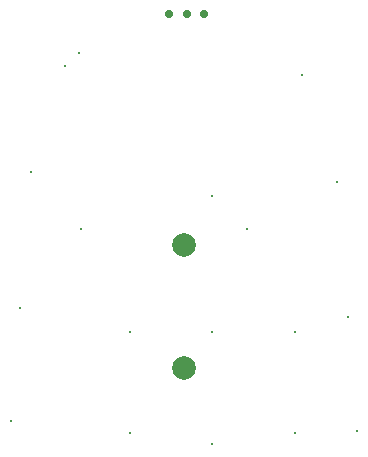
<source format=gbr>
%FSTAX23Y23*%
%MOMM*%
%SFA1B1*%

%IPPOS*%
%ADD50C,0.699999*%
%ADD51C,1.999996*%
%ADD52C,1.999996*%
%ADD53C,0.299999*%
%LNledpcbv2_pth_drill-1*%
%LPD*%
G54D50*
X01753Y19499D03*
X00254D03*
X-01245D03*
G54D51*
X0Y0D03*
G54D52*
X0Y-10414D03*
G54D53*
X-09999Y15149D03*
X09999Y14349D03*
X02449Y04099D03*
X14711Y-15737D03*
X13937Y-06148D03*
X1301Y05344D03*
X-13875Y-05351D03*
X-12948Y06142D03*
X-08649Y01299D03*
X05349D03*
X09449Y-07399D03*
X02449D03*
X-04549D03*
X-14648Y-14939D03*
X-04549Y-15899D03*
X02449Y-16899D03*
X09449Y-15899D03*
X-08863Y16251D03*
M02*
</source>
